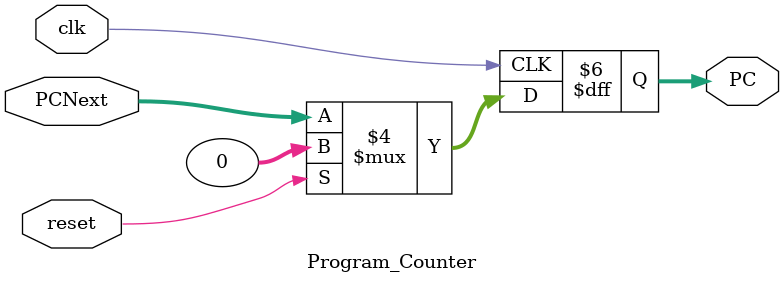
<source format=v>
module Program_Counter(PCNext, clk, reset, PC);

    input [31:0] PCNext;
    input clk, reset;  

    output reg [31:0] PC;

    always @(posedge clk) begin
        if (reset == 1'b1) begin
            PC <= 32'h00000000;
        end
        else begin
            PC <= PCNext;
        end
    end

endmodule
</source>
